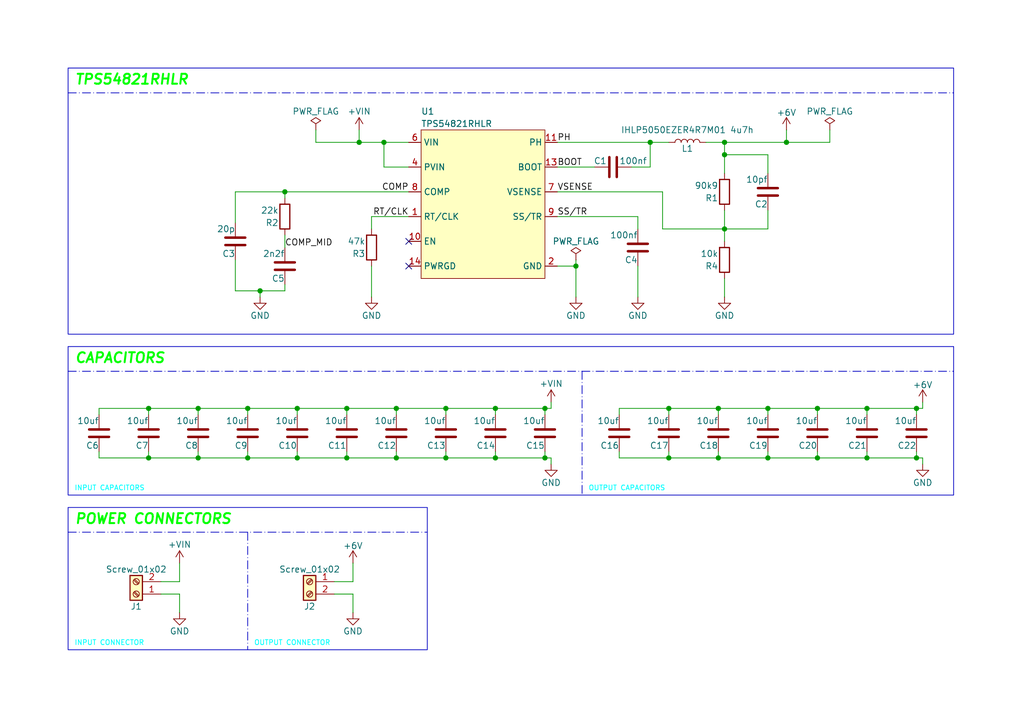
<source format=kicad_sch>
(kicad_sch (version 20250114) (generator "eeschema") (generator_version "9.0")
  (paper "A5")
  (title_block (title "Buck Converter 8A") (date "2025-09-18") (rev "1.0.0") (company "Stark Industries") (comment 9 "Sharvesh"))
  (lib_symbols
    (symbol "Connector:Screw_Terminal_01x02" (pin_names (offset 1.016) (hide yes))
      (property "Reference" "J" (at 0 2.54 0))
      (property "Value" "Screw_Terminal_01x02" (at 0 -5.08 0))
      (symbol "Screw_Terminal_01x02_1_1"
        (rectangle (start -1.27 1.27) (end 1.27 -3.81) (stroke (width 0.254)) (fill (type background)))
        (polyline (pts (xy -0.5334 0.3302) (xy 0.3302 -0.508)) (stroke (width 0.1524)))
        (polyline (pts (xy -0.5334 -2.2098) (xy 0.3302 -3.048)) (stroke (width 0.1524)))
        (polyline (pts (xy -0.3556 0.508) (xy 0.508 -0.3302)) (stroke (width 0.1524)))
        (polyline (pts (xy -0.3556 -2.032) (xy 0.508 -2.8702)) (stroke (width 0.1524)))
        (circle (center 0 0) (radius 0.635) (stroke (width 0.1524)))
        (circle (center 0 -2.54) (radius 0.635) (stroke (width 0.1524)))
        (pin passive line (at -5.08 0 0) (length 3.81) (name "Pin_1") (number "1"))
        (pin passive line (at -5.08 -2.54 0) (length 3.81) (name "Pin_2") (number "2"))
      )
    )
    (symbol "Device:C" (pin_numbers (hide yes)) (pin_names (offset 0.254))
      (property "Reference" "C" (at 0.635 2.54 0))
      (property "Value" "C" (at 0.635 -2.54 0))
      (symbol "C_0_1"
        (polyline (pts (xy -2.032 0.762) (xy 2.032 0.762)) (stroke (width 0.508)))
        (polyline (pts (xy -2.032 -0.762) (xy 2.032 -0.762)) (stroke (width 0.508)))
      )
      (symbol "C_1_1"
        (pin passive line (at 0 3.81 270) (length 2.794) (name "~") (number "1"))
        (pin passive line (at 0 -3.81 90) (length 2.794) (name "~") (number "2"))
      )
    )
    (symbol "Device:L" (pin_numbers (hide yes)) (pin_names (offset 1.016) (hide yes))
      (property "Reference" "L" (at -1.27 0 90))
      (property "Value" "L" (at 1.905 0 90))
      (symbol "L_0_1"
        (arc (start 0 2.54) (mid 0.6323 1.905) (end 0 1.27))
        (arc (start 0 1.27) (mid 0.6323 0.635) (end 0 0))
        (arc (start 0 0) (mid 0.6323 -0.635) (end 0 -1.27))
        (arc (start 0 -1.27) (mid 0.6323 -1.905) (end 0 -2.54))
      )
      (symbol "L_1_1"
        (pin passive line (at 0 3.81 270) (length 1.27) (name "1") (number "1"))
        (pin passive line (at 0 -3.81 90) (length 1.27) (name "2") (number "2"))
      )
    )
    (symbol "Device:R" (pin_numbers (hide yes)) (pin_names (offset 0))
      (property "Reference" "R" (at 2.032 0 90))
      (property "Value" "R" (at 0 0 90))
      (symbol "R_0_1"
        (rectangle (start -1.016 -2.54) (end 1.016 2.54) (stroke (width 0.254)))
      )
      (symbol "R_1_1"
        (pin passive line (at 0 3.81 270) (length 1.27) (name "~") (number "1"))
        (pin passive line (at 0 -3.81 90) (length 1.27) (name "~") (number "2"))
      )
    )
    (symbol "SparkFun-PowerSymbol:VIN" (power) (pin_names (offset 0))
      (property "Value" "VIN" (at 0 3.81 0))
      (symbol "VIN_0_1"
        (polyline (pts (xy -0.762 1.27) (xy 0 2.54)))
        (polyline (pts (xy 0 2.54) (xy 0.762 1.27)))
        (polyline (pts (xy 0 0) (xy 0 2.54)))
      )
      (symbol "VIN_1_1"
        (pin power_in line (at 0 0 90) (length 0) (hide yes) (name "VIN") (number "1"))
      )
    )
    (symbol "TPS54821RHLR:TPS54821RHLR"
      (property "Reference" "U" (at -12.7 3.81 0))
      (property "Value" "TPS54821RHLR" (at -12.7 1.27 0))
      (symbol "TPS54821RHLR_1_1"
        (rectangle (start -12.7 0) (end 12.7 -30.48) (fill (type background)))
        (pin power_in line (at -15.24 -2.54 0) (length 2.54) (name "VIN") (number "6"))
        (pin power_in line (at -15.24 -7.62 0) (length 2.54) (name "PVIN") (number "4"))
        (pin power_in line (at -15.24 -7.62 0) (length 2.54) (hide yes) (name "PVIN") (number "5"))
        (pin passive line (at -15.24 -12.7 0) (length 2.54) (name "COMP") (number "8"))
        (pin passive line (at -15.24 -17.78 0) (length 2.54) (name "RT/CLK") (number "1"))
        (pin input line (at -15.24 -22.86 0) (length 2.54) (name "EN") (number "10"))
        (pin output line (at -15.24 -27.94 0) (length 2.54) (name "PWRGD") (number "14"))
        (pin output line (at 15.24 -2.54 180) (length 2.54) (name "PH") (number "11"))
        (pin output line (at 15.24 -2.54 180) (length 2.54) (hide yes) (name "PH") (number "12"))
        (pin passive line (at 15.24 -7.62 180) (length 2.54) (name "BOOT") (number "13"))
        (pin passive line (at 15.24 -12.7 180) (length 2.54) (name "VSENSE") (number "7"))
        (pin passive line (at 15.24 -17.78 180) (length 2.54) (name "SS/TR") (number "9"))
        (pin passive line (at 15.24 -27.94 180) (length 2.54) (hide yes) (name "THERM_PAD") (number "15"))
        (pin power_in line (at 15.24 -27.94 180) (length 2.54) (name "GND") (number "2"))
        (pin power_in line (at 15.24 -27.94 180) (length 2.54) (hide yes) (name "GND") (number "3"))
      )
    )
    (symbol "power:+6V" (power) (pin_numbers (hide yes)) (pin_names (offset 0) (hide yes))
      (property "Value" "+6V" (at 0 3.556 0))
      (symbol "+6V_0_1"
        (polyline (pts (xy -0.762 1.27) (xy 0 2.54)))
        (polyline (pts (xy 0 2.54) (xy 0.762 1.27)))
        (polyline (pts (xy 0 0) (xy 0 2.54)))
      )
      (symbol "+6V_1_1"
        (pin power_in line (at 0 0 90) (length 0) (name "~") (number "1"))
      )
    )
    (symbol "power:GND" (power) (pin_numbers (hide yes)) (pin_names (offset 0) (hide yes))
      (property "Value" "GND" (at 0 -3.81 0))
      (symbol "GND_0_1"
        (polyline (pts (xy 0 0) (xy 0 -1.27) (xy 1.27 -1.27) (xy 0 -2.54) (xy -1.27 -1.27) (xy 0 -1.27)))
      )
      (symbol "GND_1_1"
        (pin power_in line (at 0 0 270) (length 0) (name "~") (number "1"))
      )
    )
    (symbol "power:PWR_FLAG" (power) (pin_numbers (hide yes)) (pin_names (offset 0) (hide yes))
      (property "Value" "PWR_FLAG" (at 0 3.81 0))
      (symbol "PWR_FLAG_0_0"
        (pin power_out line (at 0 0 90) (length 0) (name "~") (number "1"))
      )
      (symbol "PWR_FLAG_0_1"
        (polyline (pts (xy 0 0) (xy 0 1.27) (xy -1.016 1.905) (xy 0 2.54) (xy 1.016 1.905) (xy 0 1.27)))
      )
    )
  )
  (rectangle (start 13.97 104.14) (end 87.63 133.35))
  (rectangle (start 13.97 13.97) (end 195.58 68.58))
  (rectangle (start 13.97 71.12) (end 195.58 101.6))
  (text "OUTPUT CONNECTOR" (at 52.07 132.08 0) (effects (font (size 1.016 1.016)) (justify left)))
  (text "OUTPUT CAPACITORS" (at 120.65 100.33 0) (effects (font (size 1.016 1.016)) (justify left)))
  (text "POWER CONNECTORS" (at 15.24 106.68 0) (effects (font (size 2.032 2.032) (bold yes) (italic yes)) (justify left)))
  (text "TPS54821RHLR" (at 15.24 16.51 0) (effects (font (size 2.032 2.032) (bold yes) (italic yes)) (justify left)))
  (text "CAPACITORS" (at 15.24 73.66 0) (effects (font (size 2.032 2.032) (bold yes) (italic yes)) (justify left)))
  (text "INPUT CONNECTOR" (at 15.24 132.08 0) (effects (font (size 1.016 1.016)) (justify left)))
  (text "INPUT CAPACITORS" (at 15.24 100.33 0) (effects (font (size 1.016 1.016)) (justify left)))
  (junction (at 157.48 93.98))
  (junction (at 71.12 83.82))
  (junction (at 71.12 93.98))
  (junction (at 53.34 59.69))
  (junction (at 177.8 83.82))
  (junction (at 157.48 83.82))
  (junction (at 148.59 29.21))
  (junction (at 40.64 93.98))
  (junction (at 161.29 29.21))
  (junction (at 30.48 93.98))
  (junction (at 137.16 93.98))
  (junction (at 40.64 83.82))
  (junction (at 111.76 83.82))
  (junction (at 137.16 83.82))
  (junction (at 73.66 29.21))
  (junction (at 101.6 83.82))
  (junction (at 147.32 83.82))
  (junction (at 167.64 93.98))
  (junction (at 148.59 31.75))
  (junction (at 177.8 93.98))
  (junction (at 91.44 83.82))
  (junction (at 30.48 83.82))
  (junction (at 60.96 83.82))
  (junction (at 187.96 83.82))
  (junction (at 101.6 93.98))
  (junction (at 91.44 93.98))
  (junction (at 50.8 93.98))
  (junction (at 111.76 93.98))
  (junction (at 60.96 93.98))
  (junction (at 58.42 39.37))
  (junction (at 50.8 83.82))
  (junction (at 78.74 29.21))
  (junction (at 133.35 29.21))
  (junction (at 187.96 93.98))
  (junction (at 147.32 93.98))
  (junction (at 167.64 83.82))
  (junction (at 148.59 46.99))
  (junction (at 81.28 93.98))
  (junction (at 81.28 83.82))
  (junction (at 118.11 54.61))
  (no_connect (at 83.82 54.61))
  (no_connect (at 83.82 49.53))
  (wire (pts (xy 114.3 34.29) (xy 121.92 34.29)))
  (wire (pts (xy 72.39 121.92) (xy 68.58 121.92)))
  (wire (pts (xy 76.2 60.96) (xy 76.2 54.61)))
  (wire (pts (xy 137.16 83.82) (xy 147.32 83.82)))
  (wire (pts (xy 81.28 93.98) (xy 81.28 92.71)))
  (wire (pts (xy 48.26 45.72) (xy 48.26 39.37)))
  (wire (pts (xy 111.76 93.98) (xy 111.76 92.71)))
  (wire (pts (xy 157.48 83.82) (xy 157.48 85.09)))
  (wire (pts (xy 58.42 48.26) (xy 58.42 50.8)))
  (wire (pts (xy 148.59 31.75) (xy 148.59 35.56)))
  (wire (pts (xy 177.8 93.98) (xy 187.96 93.98)))
  (wire (pts (xy 36.83 119.38) (xy 33.02 119.38)))
  (wire (pts (xy 76.2 46.99) (xy 76.2 44.45)))
  (wire (pts (xy 170.18 26.67) (xy 170.18 29.21)))
  (wire (pts (xy 101.6 93.98) (xy 111.76 93.98)))
  (wire (pts (xy 40.64 93.98) (xy 40.64 92.71)))
  (wire (pts (xy 187.96 93.98) (xy 189.23 93.98)))
  (wire (pts (xy 71.12 83.82) (xy 71.12 85.09)))
  (wire (pts (xy 81.28 83.82) (xy 81.28 85.09)))
  (wire (pts (xy 114.3 44.45) (xy 130.81 44.45)))
  (wire (pts (xy 71.12 93.98) (xy 81.28 93.98)))
  (wire (pts (xy 133.35 29.21) (xy 137.16 29.21)))
  (wire (pts (xy 118.11 54.61) (xy 114.3 54.61)))
  (wire (pts (xy 157.48 93.98) (xy 157.48 92.71)))
  (wire (pts (xy 72.39 119.38) (xy 68.58 119.38)))
  (wire (pts (xy 148.59 46.99) (xy 148.59 49.53)))
  (wire (pts (xy 20.32 93.98) (xy 20.32 92.71)))
  (wire (pts (xy 40.64 83.82) (xy 50.8 83.82)))
  (wire (pts (xy 91.44 93.98) (xy 101.6 93.98)))
  (wire (pts (xy 129.54 34.29) (xy 133.35 34.29)))
  (wire (pts (xy 111.76 83.82) (xy 111.76 85.09)))
  (wire (pts (xy 187.96 93.98) (xy 187.96 92.71)))
  (wire (pts (xy 147.32 83.82) (xy 157.48 83.82)))
  (wire (pts (xy 76.2 44.45) (xy 83.82 44.45)))
  (wire (pts (xy 48.26 59.69) (xy 53.34 59.69)))
  (wire (pts (xy 30.48 93.98) (xy 40.64 93.98)))
  (wire (pts (xy 91.44 83.82) (xy 101.6 83.82)))
  (wire (pts (xy 36.83 121.92) (xy 33.02 121.92)))
  (wire (pts (xy 167.64 83.82) (xy 177.8 83.82)))
  (wire (pts (xy 147.32 93.98) (xy 147.32 92.71)))
  (wire (pts (xy 187.96 83.82) (xy 189.23 83.82)))
  (wire (pts (xy 127 93.98) (xy 137.16 93.98)))
  (wire (pts (xy 72.39 125.73) (xy 72.39 121.92)))
  (wire (pts (xy 157.48 43.18) (xy 157.48 46.99)))
  (wire (pts (xy 189.23 93.98) (xy 189.23 95.25)))
  (wire (pts (xy 50.8 93.98) (xy 50.8 92.71)))
  (wire (pts (xy 114.3 29.21) (xy 133.35 29.21)))
  (polyline (pts (xy 13.97 109.22) (xy 87.63 109.22)) (stroke (width 0) (type dash_dot)))
  (wire (pts (xy 20.32 93.98) (xy 30.48 93.98)))
  (wire (pts (xy 36.83 115.57) (xy 36.83 119.38)))
  (wire (pts (xy 58.42 59.69) (xy 58.42 58.42)))
  (wire (pts (xy 127 83.82) (xy 127 85.09)))
  (wire (pts (xy 64.77 29.21) (xy 64.77 26.67)))
  (wire (pts (xy 78.74 34.29) (xy 83.82 34.29)))
  (wire (pts (xy 60.96 93.98) (xy 71.12 93.98)))
  (wire (pts (xy 113.03 93.98) (xy 113.03 95.25)))
  (wire (pts (xy 157.48 31.75) (xy 148.59 31.75)))
  (wire (pts (xy 144.78 29.21) (xy 148.59 29.21)))
  (polyline (pts (xy 13.97 19.05) (xy 195.58 19.05)) (stroke (width 0) (type dash_dot)))
  (wire (pts (xy 48.26 39.37) (xy 58.42 39.37)))
  (polyline (pts (xy 13.97 76.2) (xy 195.58 76.2)) (stroke (width 0) (type dash_dot)))
  (polyline (pts (xy 119.38 76.2) (xy 119.38 101.6)) (stroke (width 0) (type dash_dot)))
  (wire (pts (xy 83.82 29.21) (xy 78.74 29.21)))
  (wire (pts (xy 40.64 83.82) (xy 40.64 85.09)))
  (wire (pts (xy 101.6 93.98) (xy 101.6 92.71)))
  (wire (pts (xy 91.44 83.82) (xy 91.44 85.09)))
  (wire (pts (xy 50.8 83.82) (xy 60.96 83.82)))
  (wire (pts (xy 111.76 83.82) (xy 113.03 83.82)))
  (wire (pts (xy 137.16 93.98) (xy 137.16 92.71)))
  (wire (pts (xy 130.81 60.96) (xy 130.81 54.61)))
  (wire (pts (xy 36.83 125.73) (xy 36.83 121.92)))
  (wire (pts (xy 170.18 29.21) (xy 161.29 29.21)))
  (wire (pts (xy 135.89 46.99) (xy 148.59 46.99)))
  (wire (pts (xy 177.8 83.82) (xy 177.8 85.09)))
  (wire (pts (xy 161.29 29.21) (xy 161.29 26.67)))
  (wire (pts (xy 91.44 93.98) (xy 91.44 92.71)))
  (wire (pts (xy 157.48 93.98) (xy 167.64 93.98)))
  (wire (pts (xy 189.23 83.82) (xy 189.23 82.55)))
  (wire (pts (xy 60.96 93.98) (xy 60.96 92.71)))
  (wire (pts (xy 50.8 83.82) (xy 50.8 85.09)))
  (wire (pts (xy 81.28 83.82) (xy 91.44 83.82)))
  (wire (pts (xy 101.6 83.82) (xy 101.6 85.09)))
  (wire (pts (xy 167.64 93.98) (xy 167.64 92.71)))
  (wire (pts (xy 135.89 39.37) (xy 135.89 46.99)))
  (wire (pts (xy 71.12 83.82) (xy 81.28 83.82)))
  (wire (pts (xy 148.59 29.21) (xy 148.59 31.75)))
  (wire (pts (xy 113.03 83.82) (xy 113.03 82.55)))
  (wire (pts (xy 148.59 57.15) (xy 148.59 60.96)))
  (wire (pts (xy 53.34 59.69) (xy 58.42 59.69)))
  (wire (pts (xy 71.12 93.98) (xy 71.12 92.71)))
  (wire (pts (xy 148.59 29.21) (xy 161.29 29.21)))
  (wire (pts (xy 20.32 83.82) (xy 30.48 83.82)))
  (wire (pts (xy 81.28 93.98) (xy 91.44 93.98)))
  (wire (pts (xy 53.34 59.69) (xy 53.34 60.96)))
  (wire (pts (xy 58.42 39.37) (xy 58.42 40.64)))
  (wire (pts (xy 118.11 60.96) (xy 118.11 54.61)))
  (wire (pts (xy 60.96 83.82) (xy 60.96 85.09)))
  (wire (pts (xy 78.74 29.21) (xy 78.74 34.29)))
  (wire (pts (xy 133.35 34.29) (xy 133.35 29.21)))
  (wire (pts (xy 58.42 39.37) (xy 83.82 39.37)))
  (wire (pts (xy 30.48 83.82) (xy 30.48 85.09)))
  (wire (pts (xy 72.39 115.57) (xy 72.39 119.38)))
  (wire (pts (xy 118.11 53.34) (xy 118.11 54.61)))
  (wire (pts (xy 157.48 46.99) (xy 148.59 46.99)))
  (wire (pts (xy 177.8 93.98) (xy 177.8 92.71)))
  (polyline (pts (xy 50.8 109.22) (xy 50.8 133.35)) (stroke (width 0) (type dash_dot)))
  (wire (pts (xy 157.48 35.56) (xy 157.48 31.75)))
  (wire (pts (xy 20.32 83.82) (xy 20.32 85.09)))
  (wire (pts (xy 147.32 83.82) (xy 147.32 85.09)))
  (wire (pts (xy 137.16 93.98) (xy 147.32 93.98)))
  (wire (pts (xy 40.64 93.98) (xy 50.8 93.98)))
  (wire (pts (xy 101.6 83.82) (xy 111.76 83.82)))
  (wire (pts (xy 167.64 83.82) (xy 167.64 85.09)))
  (wire (pts (xy 111.76 93.98) (xy 113.03 93.98)))
  (wire (pts (xy 137.16 83.82) (xy 137.16 85.09)))
  (wire (pts (xy 73.66 26.67) (xy 73.66 29.21)))
  (wire (pts (xy 114.3 39.37) (xy 135.89 39.37)))
  (wire (pts (xy 130.81 46.99) (xy 130.81 44.45)))
  (wire (pts (xy 147.32 93.98) (xy 157.48 93.98)))
  (wire (pts (xy 30.48 83.82) (xy 40.64 83.82)))
  (wire (pts (xy 167.64 93.98) (xy 177.8 93.98)))
  (wire (pts (xy 127 93.98) (xy 127 92.71)))
  (wire (pts (xy 30.48 93.98) (xy 30.48 92.71)))
  (wire (pts (xy 50.8 93.98) (xy 60.96 93.98)))
  (wire (pts (xy 177.8 83.82) (xy 187.96 83.82)))
  (wire (pts (xy 78.74 29.21) (xy 73.66 29.21)))
  (wire (pts (xy 157.48 83.82) (xy 167.64 83.82)))
  (wire (pts (xy 127 83.82) (xy 137.16 83.82)))
  (wire (pts (xy 73.66 29.21) (xy 64.77 29.21)))
  (wire (pts (xy 48.26 59.69) (xy 48.26 53.34)))
  (wire (pts (xy 60.96 83.82) (xy 71.12 83.82)))
  (wire (pts (xy 148.59 43.18) (xy 148.59 46.99)))
  (wire (pts (xy 187.96 83.82) (xy 187.96 85.09)))
  (label "PH" (at 114.3 29.21 0))
  (label "SS{slash}TR" (at 114.3 44.45 0))
  (label "BOOT" (at 114.3 34.29 0))
  (label "VSENSE" (at 114.3 39.37 0))
  (label "RT{slash}CLK" (at 83.82 44.45 180))
  (label "COMP" (at 83.82 39.37 180))
  (label "COMP_MID" (at 58.42 50.8 0))
  (symbol (lib_id "power:GND") (at 53.34 60.96 0) (unit 1)
    (property "Reference" "#PWR03" (effects (hide yes)))
    (property "Value" "GND" (at 53.34 64.77 0))
    (property "Description" "Power symbol creates a global label with name \"GND\" , ground" (effects (hide yes)))
  )
  (symbol (lib_id "power:PWR_FLAG") (at 170.18 26.67 0) (unit 1)
    (property "Reference" "#FLG02" (effects (hide yes)))
    (property "Value" "PWR_FLAG" (at 170.18 22.86 0))
    (property "Description" "Special symbol for telling ERC where power comes from" (effects (hide yes)))
  )
  (symbol (lib_id "power:GND") (at 148.59 60.96 0) (unit 1)
    (property "Reference" "#PWR07" (effects (hide yes)))
    (property "Value" "GND" (at 148.59 64.77 0))
    (property "Description" "Power symbol creates a global label with name \"GND\" , ground" (effects (hide yes)))
  )
  (symbol (lib_id "Device:L") (at 140.97 29.21 90) (unit 1)
    (property "Reference" "L1" (at 140.97 30.48 90))
    (property "Value" "IHLP5050EZER4R7M01 4u7h" (at 140.97 26.67 90))
    (property "Footprint" "IHLP5050EZER4R7M01:IHLP5050EZER4R7M01" (effects (hide yes)))
    (property "Description" "Inductor" (effects (hide yes)))
  )
  (symbol (lib_id "Device:C") (at 111.76 88.9 180) (unit 1)
    (property "Reference" "C15" (at 111.76 91.44 0) (effects (justify left)))
    (property "Value" "10uf" (at 111.76 86.36 0) (effects (justify left)))
    (property "Footprint" "Capacitor_SMD:C_0603_1608Metric" (effects (hide yes)))
    (property "Description" "Unpolarized capacitor" (effects (hide yes)))
  )
  (symbol (lib_id "power:PWR_FLAG") (at 64.77 26.67 0) (unit 1)
    (property "Reference" "#FLG01" (effects (hide yes)))
    (property "Value" "PWR_FLAG" (at 64.77 22.86 0))
    (property "Description" "Special symbol for telling ERC where power comes from" (effects (hide yes)))
  )
  (symbol (lib_id "TPS54821RHLR:TPS54821RHLR") (at 99.06 26.67 0) (unit 1)
    (property "Reference" "U1" (at 86.36 22.86 0) (effects (justify left)))
    (property "Value" "TPS54821RHLR" (at 86.36 25.4 0) (effects (justify left)))
    (property "Footprint" "TPS54821RHLR:TPS54821RHLR" (effects (hide yes)))
  )
  (symbol (lib_id "power:GND") (at 76.2 60.96 0) (unit 1)
    (property "Reference" "#PWR04" (effects (hide yes)))
    (property "Value" "GND" (at 76.2 64.77 0))
    (property "Description" "Power symbol creates a global label with name \"GND\" , ground" (effects (hide yes)))
  )
  (symbol (lib_id "Device:R") (at 58.42 44.45 0) (unit 1)
    (property "Reference" "R2" (at 57.15 45.72 0) (effects (justify right)))
    (property "Value" "22k" (at 57.15 43.18 0) (effects (justify right)))
    (property "Footprint" "Resistor_SMD:R_0603_1608Metric" (effects (hide yes)))
    (property "Description" "Resistor" (effects (hide yes)))
  )
  (symbol (lib_id "Device:C") (at 177.8 88.9 180) (unit 1)
    (property "Reference" "C21" (at 177.8 91.44 0) (effects (justify left)))
    (property "Value" "10uf" (at 177.8 86.36 0) (effects (justify left)))
    (property "Footprint" "Capacitor_SMD:C_0603_1608Metric" (effects (hide yes)))
    (property "Description" "Unpolarized capacitor" (effects (hide yes)))
  )
  (symbol (lib_id "Device:C") (at 147.32 88.9 180) (unit 1)
    (property "Reference" "C18" (at 147.32 91.44 0) (effects (justify left)))
    (property "Value" "10uf" (at 147.32 86.36 0) (effects (justify left)))
    (property "Footprint" "Capacitor_SMD:C_0603_1608Metric" (effects (hide yes)))
    (property "Description" "Unpolarized capacitor" (effects (hide yes)))
  )
  (symbol (lib_id "power:+6V") (at 189.23 82.55 0) (unit 1)
    (property "Reference" "#PWR09" (effects (hide yes)))
    (property "Value" "+6V" (at 189.23 78.994 0))
    (property "Description" "Power symbol creates a global label with name \"+6V\"" (effects (hide yes)))
  )
  (symbol (lib_id "power:GND") (at 189.23 95.25 0) (unit 1)
    (property "Reference" "#PWR011" (effects (hide yes)))
    (property "Value" "GND" (at 189.23 99.06 0))
    (property "Description" "Power symbol creates a global label with name \"GND\" , ground" (effects (hide yes)))
  )
  (symbol (lib_id "SparkFun-PowerSymbol:VIN") (at 113.03 82.55 0) (unit 1)
    (property "Reference" "#PWR08" (effects (hide yes)))
    (property "Value" "+VIN" (at 113.03 78.74 0))
    (property "Description" "Power symbol creates a global label with name \"VIN\"" (effects (hide yes)))
  )
  (symbol (lib_id "Device:C") (at 167.64 88.9 180) (unit 1)
    (property "Reference" "C20" (at 167.64 91.44 0) (effects (justify left)))
    (property "Value" "10uf" (at 167.64 86.36 0) (effects (justify left)))
    (property "Footprint" "Capacitor_SMD:C_0603_1608Metric" (effects (hide yes)))
    (property "Description" "Unpolarized capacitor" (effects (hide yes)))
  )
  (symbol (lib_id "power:GND") (at 130.81 60.96 0) (unit 1)
    (property "Reference" "#PWR06" (effects (hide yes)))
    (property "Value" "GND" (at 130.81 64.77 0))
    (property "Description" "Power symbol creates a global label with name \"GND\" , ground" (effects (hide yes)))
  )
  (symbol (lib_id "Device:C") (at 58.42 54.61 180) (unit 1)
    (property "Reference" "C5" (at 58.42 57.15 0) (effects (justify left)))
    (property "Value" "2n2f" (at 58.42 52.07 0) (effects (justify left)))
    (property "Footprint" "Capacitor_SMD:C_0603_1608Metric" (effects (hide yes)))
    (property "Description" "Unpolarized capacitor" (effects (hide yes)))
  )
  (symbol (lib_id "power:+6V") (at 161.29 26.67 0) (unit 1)
    (property "Reference" "#PWR02" (effects (hide yes)))
    (property "Value" "+6V" (at 161.29 23.114 0))
    (property "Description" "Power symbol creates a global label with name \"+6V\"" (effects (hide yes)))
  )
  (symbol (lib_id "SparkFun-PowerSymbol:VIN") (at 36.83 115.57 0) (unit 1)
    (property "Reference" "#PWR012" (effects (hide yes)))
    (property "Value" "+VIN" (at 36.83 111.76 0))
    (property "Description" "Power symbol creates a global label with name \"VIN\"" (effects (hide yes)))
  )
  (symbol (lib_id "Device:R") (at 148.59 53.34 0) (unit 1)
    (property "Reference" "R4" (at 147.32 54.61 0) (effects (justify right)))
    (property "Value" "10k" (at 147.32 52.07 0) (effects (justify right)))
    (property "Footprint" "Resistor_SMD:R_0603_1608Metric" (effects (hide yes)))
    (property "Description" "Resistor" (effects (hide yes)))
  )
  (symbol (lib_id "Device:C") (at 40.64 88.9 180) (unit 1)
    (property "Reference" "C8" (at 40.64 91.44 0) (effects (justify left)))
    (property "Value" "10uf" (at 40.64 86.36 0) (effects (justify left)))
    (property "Footprint" "Capacitor_SMD:C_0603_1608Metric" (effects (hide yes)))
    (property "Description" "Unpolarized capacitor" (effects (hide yes)))
  )
  (symbol (lib_id "power:GND") (at 36.83 125.73 0) (unit 1)
    (property "Reference" "#PWR014" (effects (hide yes)))
    (property "Value" "GND" (at 36.83 129.54 0))
    (property "Description" "Power symbol creates a global label with name \"GND\" , ground" (effects (hide yes)))
  )
  (symbol (lib_id "Device:C") (at 157.48 39.37 180) (unit 1)
    (property "Reference" "C2" (at 157.48 41.91 0) (effects (justify left)))
    (property "Value" "10pf" (at 157.48 36.83 0) (effects (justify left)))
    (property "Footprint" "Capacitor_SMD:C_0603_1608Metric" (effects (hide yes)))
    (property "Description" "Unpolarized capacitor" (effects (hide yes)))
  )
  (symbol (lib_id "Device:C") (at 91.44 88.9 180) (unit 1)
    (property "Reference" "C13" (at 91.44 91.44 0) (effects (justify left)))
    (property "Value" "10uf" (at 91.44 86.36 0) (effects (justify left)))
    (property "Footprint" "Capacitor_SMD:C_0603_1608Metric" (effects (hide yes)))
    (property "Description" "Unpolarized capacitor" (effects (hide yes)))
  )
  (symbol (lib_id "Device:C") (at 81.28 88.9 180) (unit 1)
    (property "Reference" "C12" (at 81.28 91.44 0) (effects (justify left)))
    (property "Value" "10uf" (at 81.28 86.36 0) (effects (justify left)))
    (property "Footprint" "Capacitor_SMD:C_0603_1608Metric" (effects (hide yes)))
    (property "Description" "Unpolarized capacitor" (effects (hide yes)))
  )
  (symbol (lib_id "Device:C") (at 101.6 88.9 180) (unit 1)
    (property "Reference" "C14" (at 101.6 91.44 0) (effects (justify left)))
    (property "Value" "10uf" (at 101.6 86.36 0) (effects (justify left)))
    (property "Footprint" "Capacitor_SMD:C_0603_1608Metric" (effects (hide yes)))
    (property "Description" "Unpolarized capacitor" (effects (hide yes)))
  )
  (symbol (lib_id "Device:C") (at 187.96 88.9 180) (unit 1)
    (property "Reference" "C22" (at 187.96 91.44 0) (effects (justify left)))
    (property "Value" "10uf" (at 187.96 86.36 0) (effects (justify left)))
    (property "Footprint" "Capacitor_SMD:C_0603_1608Metric" (effects (hide yes)))
    (property "Description" "Unpolarized capacitor" (effects (hide yes)))
  )
  (symbol (lib_id "Device:C") (at 127 88.9 180) (unit 1)
    (property "Reference" "C16" (at 127 91.44 0) (effects (justify left)))
    (property "Value" "10uf" (at 127 86.36 0) (effects (justify left)))
    (property "Footprint" "Capacitor_SMD:C_0603_1608Metric" (effects (hide yes)))
    (property "Description" "Unpolarized capacitor" (effects (hide yes)))
  )
  (symbol (lib_id "Device:C") (at 125.73 34.29 90) (unit 1)
    (property "Reference" "C1" (at 124.46 33.02 90) (effects (justify left)))
    (property "Value" "100nf" (at 127 33.02 90) (effects (justify right)))
    (property "Footprint" "Capacitor_SMD:C_0603_1608Metric" (effects (hide yes)))
    (property "Description" "Unpolarized capacitor" (effects (hide yes)))
  )
  (symbol (lib_id "power:GND") (at 118.11 60.96 0) (unit 1)
    (property "Reference" "#PWR05" (effects (hide yes)))
    (property "Value" "GND" (at 118.11 64.77 0))
    (property "Description" "Power symbol creates a global label with name \"GND\" , ground" (effects (hide yes)))
  )
  (symbol (lib_id "Device:C") (at 71.12 88.9 180) (unit 1)
    (property "Reference" "C11" (at 71.12 91.44 0) (effects (justify left)))
    (property "Value" "10uf" (at 71.12 86.36 0) (effects (justify left)))
    (property "Footprint" "Capacitor_SMD:C_0603_1608Metric" (effects (hide yes)))
    (property "Description" "Unpolarized capacitor" (effects (hide yes)))
  )
  (symbol (lib_id "Connector:Screw_Terminal_01x02") (at 63.5 119.38 0) (mirror y) (unit 1)
    (property "Reference" "J2" (at 63.5 124.46 0))
    (property "Value" "Screw_01x02" (at 63.5 116.84 0))
    (property "Footprint" "TerminalBlock_RND:TerminalBlock_RND_205-00045_1x02_P5.00mm_Horizontal" (effects (hide yes)))
    (property "Description" "Generic screw terminal, single row, 01x02, script generated (kicad-library-utils/schlib/autogen/connector/)" (effects (hide yes)))
  )
  (symbol (lib_id "Device:C") (at 157.48 88.9 180) (unit 1)
    (property "Reference" "C19" (at 157.48 91.44 0) (effects (justify left)))
    (property "Value" "10uf" (at 157.48 86.36 0) (effects (justify left)))
    (property "Footprint" "Capacitor_SMD:C_0603_1608Metric" (effects (hide yes)))
    (property "Description" "Unpolarized capacitor" (effects (hide yes)))
  )
  (symbol (lib_id "Device:C") (at 137.16 88.9 180) (unit 1)
    (property "Reference" "C17" (at 137.16 91.44 0) (effects (justify left)))
    (property "Value" "10uf" (at 137.16 86.36 0) (effects (justify left)))
    (property "Footprint" "Capacitor_SMD:C_0603_1608Metric" (effects (hide yes)))
    (property "Description" "Unpolarized capacitor" (effects (hide yes)))
  )
  (symbol (lib_id "power:PWR_FLAG") (at 118.11 53.34 0) (unit 1)
    (property "Reference" "#FLG03" (effects (hide yes)))
    (property "Value" "PWR_FLAG" (at 118.11 49.53 0))
    (property "Description" "Special symbol for telling ERC where power comes from" (effects (hide yes)))
  )
  (symbol (lib_id "power:GND") (at 72.39 125.73 0) (unit 1)
    (property "Reference" "#PWR015" (effects (hide yes)))
    (property "Value" "GND" (at 72.39 129.54 0))
    (property "Description" "Power symbol creates a global label with name \"GND\" , ground" (effects (hide yes)))
  )
  (symbol (lib_id "Device:C") (at 48.26 49.53 180) (unit 1)
    (property "Reference" "C3" (at 48.26 52.07 0) (effects (justify left)))
    (property "Value" "20p" (at 48.26 46.99 0) (effects (justify left)))
    (property "Footprint" "Capacitor_SMD:C_0603_1608Metric" (effects (hide yes)))
    (property "Description" "Unpolarized capacitor" (effects (hide yes)))
  )
  (symbol (lib_id "Connector:Screw_Terminal_01x02") (at 27.94 121.92 180) (unit 1)
    (property "Reference" "J1" (at 27.94 124.46 0))
    (property "Value" "Screw_01x02" (at 27.94 116.84 0))
    (property "Footprint" "TerminalBlock_RND:TerminalBlock_RND_205-00045_1x02_P5.00mm_Horizontal" (effects (hide yes)))
    (property "Description" "Generic screw terminal, single row, 01x02, script generated (kicad-library-utils/schlib/autogen/connector/)" (effects (hide yes)))
  )
  (symbol (lib_id "power:GND") (at 113.03 95.25 0) (unit 1)
    (property "Reference" "#PWR010" (effects (hide yes)))
    (property "Value" "GND" (at 113.03 99.06 0))
    (property "Description" "Power symbol creates a global label with name \"GND\" , ground" (effects (hide yes)))
  )
  (symbol (lib_id "Device:C") (at 30.48 88.9 180) (unit 1)
    (property "Reference" "C7" (at 30.48 91.44 0) (effects (justify left)))
    (property "Value" "10uf" (at 30.48 86.36 0) (effects (justify left)))
    (property "Footprint" "Capacitor_SMD:C_0603_1608Metric" (effects (hide yes)))
    (property "Description" "Unpolarized capacitor" (effects (hide yes)))
  )
  (symbol (lib_id "Device:R") (at 148.59 39.37 0) (unit 1)
    (property "Reference" "R1" (at 147.32 40.64 0) (effects (justify right)))
    (property "Value" "90k9" (at 147.32 38.1 0) (effects (justify right)))
    (property "Footprint" "Resistor_SMD:R_0603_1608Metric" (effects (hide yes)))
    (property "Description" "Resistor" (effects (hide yes)))
  )
  (symbol (lib_id "power:+6V") (at 72.39 115.57 0) (unit 1)
    (property "Reference" "#PWR013" (effects (hide yes)))
    (property "Value" "+6V" (at 72.39 112.014 0))
    (property "Description" "Power symbol creates a global label with name \"+6V\"" (effects (hide yes)))
  )
  (symbol (lib_id "Device:C") (at 130.81 50.8 180) (unit 1)
    (property "Reference" "C4" (at 130.81 53.34 0) (effects (justify left)))
    (property "Value" "100nf" (at 130.81 48.26 0) (effects (justify left)))
    (property "Footprint" "Capacitor_SMD:C_0603_1608Metric" (effects (hide yes)))
    (property "Description" "Unpolarized capacitor" (effects (hide yes)))
  )
  (symbol (lib_id "Device:R") (at 76.2 50.8 0) (unit 1)
    (property "Reference" "R3" (at 74.93 52.07 0) (effects (justify right)))
    (property "Value" "47k" (at 74.93 49.53 0) (effects (justify right)))
    (property "Footprint" "Resistor_SMD:R_0603_1608Metric" (effects (hide yes)))
    (property "Description" "Resistor" (effects (hide yes)))
  )
  (symbol (lib_id "Device:C") (at 60.96 88.9 180) (unit 1)
    (property "Reference" "C10" (at 60.96 91.44 0) (effects (justify left)))
    (property "Value" "10uf" (at 60.96 86.36 0) (effects (justify left)))
    (property "Footprint" "Capacitor_SMD:C_0603_1608Metric" (effects (hide yes)))
    (property "Description" "Unpolarized capacitor" (effects (hide yes)))
  )
  (symbol (lib_id "SparkFun-PowerSymbol:VIN") (at 73.66 26.67 0) (unit 1)
    (property "Reference" "#PWR01" (effects (hide yes)))
    (property "Value" "+VIN" (at 73.66 22.86 0))
    (property "Description" "Power symbol creates a global label with name \"VIN\"" (effects (hide yes)))
  )
  (symbol (lib_id "Device:C") (at 50.8 88.9 180) (unit 1)
    (property "Reference" "C9" (at 50.8 91.44 0) (effects (justify left)))
    (property "Value" "10uf" (at 50.8 86.36 0) (effects (justify left)))
    (property "Footprint" "Capacitor_SMD:C_0603_1608Metric" (effects (hide yes)))
    (property "Description" "Unpolarized capacitor" (effects (hide yes)))
  )
  (symbol (lib_id "Device:C") (at 20.32 88.9 180) (unit 1)
    (property "Reference" "C6" (at 20.32 91.44 0) (effects (justify left)))
    (property "Value" "10uf" (at 20.32 86.36 0) (effects (justify left)))
    (property "Footprint" "Capacitor_SMD:C_0603_1608Metric" (effects (hide yes)))
    (property "Description" "Unpolarized capacitor" (effects (hide yes)))
  )
)
</source>
